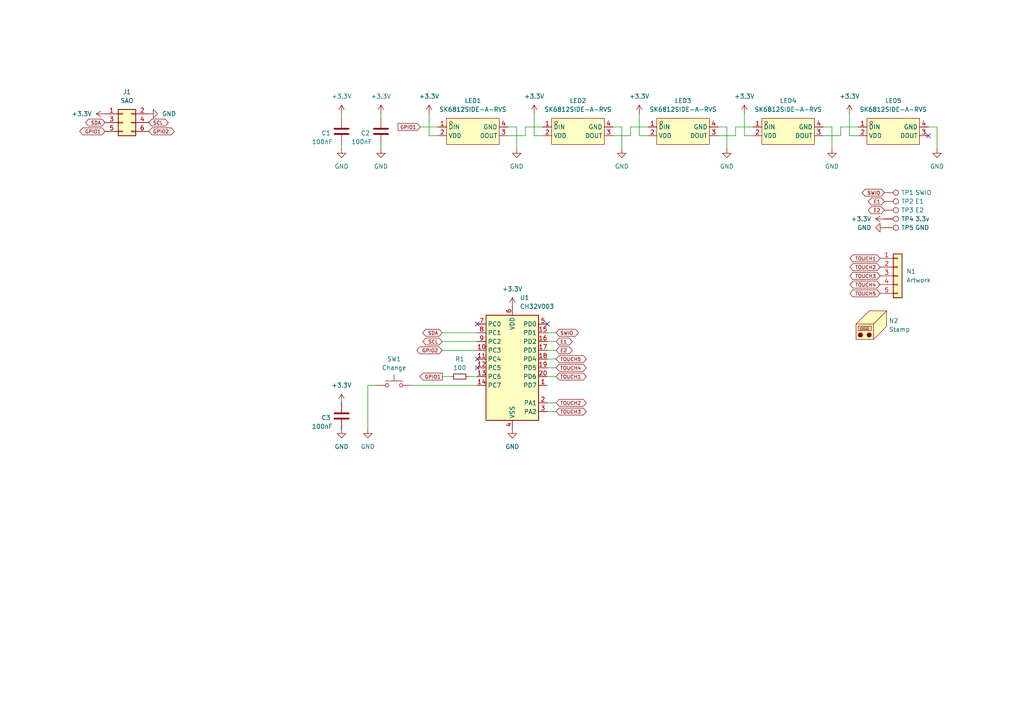
<source format=kicad_sch>
(kicad_sch (version 20231120) (generator "eeschema") (generator_version "8.0")
  (paper "A4")
  (lib_symbols
    (symbol "Connector:TestPoint" (pin_numbers hide) (pin_names (offset 0.762) hide)
      (property "Reference" "TP" (at 0 6.858 0))
      (property "Value" "TestPoint" (at 0 5.08 0))
      (symbol "TestPoint_0_1"
        (circle (center 0 3.302) (radius 0.762))
      )
      (symbol "TestPoint_1_1"
        (pin passive line (at 0 0 90) (length 2.54) (name "1") (number "1"))
      )
    )
    (symbol "Connector_Generic:Conn_01x05" (pin_names (offset 1.016) hide)
      (property "Reference" "J" (at 0 7.62 0))
      (property "Value" "Conn_01x05" (at 0 -7.62 0))
      (symbol "Conn_01x05_1_1"
        (rectangle (start -1.27 -4.953) (end 0 -5.207) (stroke (width 0.1524)))
        (rectangle (start -1.27 -2.413) (end 0 -2.667) (stroke (width 0.1524)))
        (rectangle (start -1.27 0.127) (end 0 -0.127) (stroke (width 0.1524)))
        (rectangle (start -1.27 2.667) (end 0 2.413) (stroke (width 0.1524)))
        (rectangle (start -1.27 5.207) (end 0 4.953) (stroke (width 0.1524)))
        (rectangle (start -1.27 6.35) (end 1.27 -6.35) (stroke (width 0.254)) (fill (type background)))
        (pin passive line (at -5.08 5.08 0) (length 3.81) (name "Pin_1") (number "1"))
        (pin passive line (at -5.08 2.54 0) (length 3.81) (name "Pin_2") (number "2"))
        (pin passive line (at -5.08 0 0) (length 3.81) (name "Pin_3") (number "3"))
        (pin passive line (at -5.08 -2.54 0) (length 3.81) (name "Pin_4") (number "4"))
        (pin passive line (at -5.08 -5.08 0) (length 3.81) (name "Pin_5") (number "5"))
      )
    )
    (symbol "Connector_Generic:Conn_02x03_Odd_Even" (pin_names (offset 1.016) hide)
      (property "Reference" "J" (at 1.27 5.08 0))
      (property "Value" "Conn_02x03_Odd_Even" (at 1.27 -5.08 0))
      (symbol "Conn_02x03_Odd_Even_1_1"
        (rectangle (start -1.27 -2.413) (end 0 -2.667) (stroke (width 0.1524)))
        (rectangle (start -1.27 0.127) (end 0 -0.127) (stroke (width 0.1524)))
        (rectangle (start -1.27 2.667) (end 0 2.413) (stroke (width 0.1524)))
        (rectangle (start -1.27 3.81) (end 3.81 -3.81) (stroke (width 0.254)) (fill (type background)))
        (rectangle (start 3.81 -2.413) (end 2.54 -2.667) (stroke (width 0.1524)))
        (rectangle (start 3.81 0.127) (end 2.54 -0.127) (stroke (width 0.1524)))
        (rectangle (start 3.81 2.667) (end 2.54 2.413) (stroke (width 0.1524)))
        (pin passive line (at -5.08 2.54 0) (length 3.81) (name "Pin_1") (number "1"))
        (pin passive line (at 7.62 2.54 180) (length 3.81) (name "Pin_2") (number "2"))
        (pin passive line (at -5.08 0 0) (length 3.81) (name "Pin_3") (number "3"))
        (pin passive line (at 7.62 0 180) (length 3.81) (name "Pin_4") (number "4"))
        (pin passive line (at -5.08 -2.54 0) (length 3.81) (name "Pin_5") (number "5"))
        (pin passive line (at 7.62 -2.54 180) (length 3.81) (name "Pin_6") (number "6"))
      )
    )
    (symbol "Device:C" (pin_numbers hide) (pin_names (offset 0.254))
      (property "Reference" "C" (at 0.635 2.54 0))
      (property "Value" "C" (at 0.635 -2.54 0))
      (symbol "C_0_1"
        (polyline (pts (xy -2.032 -0.762) (xy 2.032 -0.762)) (stroke (width 0.508)))
        (polyline (pts (xy -2.032 0.762) (xy 2.032 0.762)) (stroke (width 0.508)))
      )
      (symbol "C_1_1"
        (pin passive line (at 0 3.81 270) (length 2.794) (name "~") (number "1"))
        (pin passive line (at 0 -3.81 90) (length 2.794) (name "~") (number "2"))
      )
    )
    (symbol "Device:R_Small" (pin_numbers hide) (pin_names (offset 0.254) hide)
      (property "Reference" "R" (at 0.762 0.508 0))
      (property "Value" "R_Small" (at 0.762 -1.016 0))
      (symbol "R_Small_0_1"
        (rectangle (start -0.762 1.778) (end 0.762 -1.778) (stroke (width 0.2032)))
      )
      (symbol "R_Small_1_1"
        (pin passive line (at 0 2.54 270) (length 0.762) (name "~") (number "1"))
        (pin passive line (at 0 -2.54 90) (length 0.762) (name "~") (number "2"))
      )
    )
    (symbol "MCU_WCH_CH32V0:CH32V003FxUx"
      (property "Reference" "U" (at -7.62 17.78 0))
      (property "Value" "CH32V003FxUx" (at 7.62 17.78 0))
      (symbol "CH32V003FxUx_1_1"
        (rectangle (start -7.62 15.24) (end 7.62 -15.24) (stroke (width 0.254)) (fill (type background)))
        (pin bidirectional line (at 10.16 -5.08 180) (length 2.54) (name "PD7") (number "1"))
        (pin bidirectional line (at -10.16 5.08 0) (length 2.54) (name "PC3") (number "10"))
        (pin bidirectional line (at -10.16 2.54 0) (length 2.54) (name "PC4") (number "11"))
        (pin bidirectional line (at -10.16 0 0) (length 2.54) (name "PC5") (number "12"))
        (pin bidirectional line (at -10.16 -2.54 0) (length 2.54) (name "PC6") (number "13"))
        (pin bidirectional line (at -10.16 -5.08 0) (length 2.54) (name "PC7") (number "14"))
        (pin bidirectional line (at 10.16 10.16 180) (length 2.54) (name "PD1") (number "15"))
        (pin bidirectional line (at 10.16 7.62 180) (length 2.54) (name "PD2") (number "16"))
        (pin bidirectional line (at 10.16 5.08 180) (length 2.54) (name "PD3") (number "17"))
        (pin bidirectional line (at 10.16 2.54 180) (length 2.54) (name "PD4") (number "18"))
        (pin bidirectional line (at 10.16 0 180) (length 2.54) (name "PD5") (number "19"))
        (pin bidirectional line (at 10.16 -10.16 180) (length 2.54) (name "PA1") (number "2"))
        (pin bidirectional line (at 10.16 -2.54 180) (length 2.54) (name "PD6") (number "20"))
        (pin passive line (at 0 -17.78 90) (length 2.54) hide (name "VSS") (number "21"))
        (pin bidirectional line (at 10.16 -12.7 180) (length 2.54) (name "PA2") (number "3"))
        (pin power_in line (at 0 -17.78 90) (length 2.54) (name "VSS") (number "4"))
        (pin bidirectional line (at 10.16 12.7 180) (length 2.54) (name "PD0") (number "5"))
        (pin power_in line (at 0 17.78 270) (length 2.54) (name "VDD") (number "6"))
        (pin bidirectional line (at -10.16 12.7 0) (length 2.54) (name "PC0") (number "7"))
        (pin bidirectional line (at -10.16 10.16 0) (length 2.54) (name "PC1") (number "8"))
        (pin bidirectional line (at -10.16 7.62 0) (length 2.54) (name "PC2") (number "9"))
      )
    )
    (symbol "Mechanical:Housing" (pin_names (offset 1.016)) (exclude_from_sim yes)
      (property "Reference" "N" (at 3.81 0 0))
      (property "Value" "Housing" (at 3.81 -1.905 0))
      (symbol "Housing_0_1"
        (rectangle (start -5.08 -0.635) (end -1.27 -1.905))
        (circle (center -4.445 -3.175) (radius 0.635) (fill (type outline)))
        (circle (center -1.905 -3.175) (radius 0.635) (fill (type outline)))
        (polyline (pts (xy -4.5212 -1.5748) (xy -4.4704 -1.3716)))
        (polyline (pts (xy -4.4196 -1.6764) (xy -4.064 -1.6764)))
        (polyline (pts (xy -4.4196 -1.2192) (xy -4.3688 -0.9652)))
        (polyline (pts (xy -4.318 -1.3208) (xy -4.0132 -1.3208)))
        (polyline (pts (xy -4.2164 -0.9144) (xy -3.9116 -0.9144)))
        (polyline (pts (xy -3.9116 -1.6256) (xy -3.8608 -1.3716)))
        (polyline (pts (xy -3.81 -1.2192) (xy -3.7592 -0.9652)))
        (polyline (pts (xy -3.6068 -1.5748) (xy -3.556 -1.3716)))
        (polyline (pts (xy -3.5052 -1.6764) (xy -3.1496 -1.6764)))
        (polyline (pts (xy -3.5052 -1.2192) (xy -3.4544 -0.9652)))
        (polyline (pts (xy -3.4036 -1.3208) (xy -3.0988 -1.3208)))
        (polyline (pts (xy -3.302 -0.9144) (xy -2.9972 -0.9144)))
        (polyline (pts (xy -2.9972 -1.6256) (xy -2.9464 -1.3716)))
        (polyline (pts (xy -2.8956 -1.2192) (xy -2.8448 -0.9652)))
        (polyline (pts (xy -2.6924 -1.5748) (xy -2.6416 -1.3716)))
        (polyline (pts (xy -2.5908 -1.6764) (xy -2.2352 -1.6764)))
        (polyline (pts (xy -2.5908 -1.2192) (xy -2.54 -0.9652)))
        (polyline (pts (xy -2.4892 -1.3208) (xy -2.1844 -1.3208)))
        (polyline (pts (xy -2.3876 -0.9144) (xy -2.0828 -0.9144)))
        (polyline (pts (xy -2.0828 -1.6256) (xy -2.032 -1.3716)))
        (polyline (pts (xy -1.9812 -1.2192) (xy -1.9304 -0.9652)))
        (polyline (pts (xy -0.635 0) (xy -0.635 -4.445)))
        (polyline (pts (xy -5.715 0) (xy -0.635 0) (xy 3.175 3.81)))
        (polyline (pts (xy -5.715 0) (xy -5.715 -4.445) (xy -0.635 -4.445) (xy 3.175 -0.635) (xy 3.175 3.81) (xy -1.905 3.81) (xy -5.715 0)) (fill (type background)))
      )
    )
    (symbol "SK6812SIDE-A-RVS_1"
      (property "Reference" "LED1" (at 0 8.89 0))
      (property "Value" "SK6812SIDE-A-RVS" (at 0 6.35 0))
      (symbol "SK6812SIDE-A-RVS_1_0_1"
        (rectangle (start -7.62 3.81) (end 7.62 -3.81) (fill (type background)))
        (circle (center -6.35 2.54) (radius 0.38))
        (pin unspecified line (at -10.16 1.27 0) (length 2.54) (name "DIN") (number "1"))
        (pin unspecified line (at -10.16 -1.27 0) (length 2.54) (name "VDD") (number "2"))
        (pin unspecified line (at 10.16 -1.27 180) (length 2.54) (name "DOUT") (number "3"))
        (pin unspecified line (at 10.16 1.27 180) (length 2.54) (name "GND") (number "4"))
      )
    )
    (symbol "Switch:SW_Push" (pin_numbers hide) (pin_names (offset 1.016) hide)
      (property "Reference" "SW" (at 1.27 2.54 0))
      (property "Value" "SW_Push" (at 0 -1.524 0))
      (symbol "SW_Push_0_1"
        (circle (center -2.032 0) (radius 0.508))
        (polyline (pts (xy 0 1.27) (xy 0 3.048)))
        (polyline (pts (xy 2.54 1.27) (xy -2.54 1.27)))
        (circle (center 2.032 0) (radius 0.508))
        (pin passive line (at -5.08 0 0) (length 2.54) (name "1") (number "1"))
        (pin passive line (at 5.08 0 180) (length 2.54) (name "2") (number "2"))
      )
    )
    (symbol "WICCON_2024:SK6812SIDE-A-RVS"
      (property "Reference" "LED" (at 0 6.35 0))
      (property "Value" "SK6812SIDE-A-RVS" (at 0 -6.35 0))
      (symbol "SK6812SIDE-A-RVS_0_1"
        (rectangle (start -7.62 3.81) (end 7.62 -3.81) (fill (type background)))
        (circle (center -6.35 2.54) (radius 0.38))
        (pin unspecified line (at -10.16 1.27 0) (length 2.54) (name "DIN") (number "1"))
        (pin unspecified line (at -10.16 -1.27 0) (length 2.54) (name "VDD") (number "2"))
        (pin unspecified line (at 10.16 -1.27 180) (length 2.54) (name "DOUT") (number "3"))
        (pin unspecified line (at 10.16 1.27 180) (length 2.54) (name "GND") (number "4"))
      )
    )
    (symbol "power:+3.3V" (power) (pin_numbers hide) (pin_names (offset 0) hide)
      (property "Value" "+3.3V" (at 0 3.556 0))
      (symbol "+3.3V_0_1"
        (polyline (pts (xy -0.762 1.27) (xy 0 2.54)))
        (polyline (pts (xy 0 0) (xy 0 2.54)))
        (polyline (pts (xy 0 2.54) (xy 0.762 1.27)))
      )
      (symbol "+3.3V_1_1"
        (pin power_in line (at 0 0 90) (length 0) (name "~") (number "1"))
      )
    )
    (symbol "power:GND" (power) (pin_numbers hide) (pin_names (offset 0) hide)
      (property "Value" "GND" (at 0 -3.81 0))
      (symbol "GND_0_1"
        (polyline (pts (xy 0 0) (xy 0 -1.27) (xy 1.27 -1.27) (xy 0 -2.54) (xy -1.27 -1.27) (xy 0 -1.27)))
      )
      (symbol "GND_1_1"
        (pin power_in line (at 0 0 270) (length 0) (name "~") (number "1"))
      )
    )
  )
  (no_connect (at 138.43 104.14))
  (no_connect (at 138.43 93.98))
  (no_connect (at 158.75 93.98))
  (no_connect (at 269.24 39.37))
  (no_connect (at 138.43 106.68))
  (wire (pts (xy 213.36 39.37) (xy 213.36 36.83)))
  (wire (pts (xy 121.92 36.83) (xy 127 36.83)))
  (wire (pts (xy 161.29 119.38) (xy 158.75 119.38)))
  (wire (pts (xy 149.86 36.83) (xy 149.86 43.18)))
  (wire (pts (xy 152.4 39.37) (xy 152.4 36.83)))
  (wire (pts (xy 210.82 36.83) (xy 210.82 43.18)))
  (wire (pts (xy 147.32 36.83) (xy 149.86 36.83)))
  (wire (pts (xy 213.36 36.83) (xy 218.44 36.83)))
  (wire (pts (xy 246.38 33.02) (xy 246.38 39.37)))
  (wire (pts (xy 161.29 109.22) (xy 158.75 109.22)))
  (wire (pts (xy 246.38 39.37) (xy 248.92 39.37)))
  (wire (pts (xy 243.84 39.37) (xy 243.84 36.83)))
  (wire (pts (xy 241.3 36.83) (xy 241.3 43.18)))
  (wire (pts (xy 215.9 33.02) (xy 215.9 39.37)))
  (wire (pts (xy 269.24 36.83) (xy 271.78 36.83)))
  (wire (pts (xy 128.27 99.06) (xy 138.43 99.06)))
  (wire (pts (xy 99.06 41.91) (xy 99.06 43.18)))
  (wire (pts (xy 208.28 39.37) (xy 213.36 39.37)))
  (wire (pts (xy 119.38 111.76) (xy 138.43 111.76)))
  (wire (pts (xy 128.27 96.52) (xy 138.43 96.52)))
  (wire (pts (xy 208.28 36.83) (xy 210.82 36.83)))
  (wire (pts (xy 147.32 39.37) (xy 152.4 39.37)))
  (wire (pts (xy 161.29 96.52) (xy 158.75 96.52)))
  (wire (pts (xy 154.94 33.02) (xy 154.94 39.37)))
  (wire (pts (xy 106.68 111.76) (xy 109.22 111.76)))
  (wire (pts (xy 161.29 116.84) (xy 158.75 116.84)))
  (wire (pts (xy 182.88 36.83) (xy 187.96 36.83)))
  (wire (pts (xy 271.78 36.83) (xy 271.78 43.18)))
  (wire (pts (xy 124.46 39.37) (xy 127 39.37)))
  (wire (pts (xy 215.9 39.37) (xy 218.44 39.37)))
  (wire (pts (xy 185.42 39.37) (xy 187.96 39.37)))
  (wire (pts (xy 182.88 39.37) (xy 182.88 36.83)))
  (wire (pts (xy 106.68 124.46) (xy 106.68 111.76)))
  (wire (pts (xy 128.27 109.22) (xy 130.81 109.22)))
  (wire (pts (xy 135.89 109.22) (xy 138.43 109.22)))
  (wire (pts (xy 124.46 33.02) (xy 124.46 39.37)))
  (wire (pts (xy 238.76 39.37) (xy 243.84 39.37)))
  (wire (pts (xy 110.49 33.02) (xy 110.49 34.29)))
  (wire (pts (xy 185.42 33.02) (xy 185.42 39.37)))
  (wire (pts (xy 180.34 36.83) (xy 180.34 43.18)))
  (wire (pts (xy 238.76 36.83) (xy 241.3 36.83)))
  (wire (pts (xy 177.8 39.37) (xy 182.88 39.37)))
  (wire (pts (xy 243.84 36.83) (xy 248.92 36.83)))
  (wire (pts (xy 128.27 101.6) (xy 138.43 101.6)))
  (wire (pts (xy 161.29 101.6) (xy 158.75 101.6)))
  (wire (pts (xy 161.29 99.06) (xy 158.75 99.06)))
  (wire (pts (xy 161.29 104.14) (xy 158.75 104.14)))
  (wire (pts (xy 161.29 106.68) (xy 158.75 106.68)))
  (wire (pts (xy 154.94 39.37) (xy 157.48 39.37)))
  (wire (pts (xy 99.06 33.02) (xy 99.06 34.29)))
  (wire (pts (xy 110.49 41.91) (xy 110.49 43.18)))
  (wire (pts (xy 177.8 36.83) (xy 180.34 36.83)))
  (wire (pts (xy 152.4 36.83) (xy 157.48 36.83)))
  (global_label "GPIO1" (shape input) (at 121.92 36.83 180) (effects (font (size 1.016 1.016))) (property "Intersheetrefs" "${INTERSHEET_REFS}" (effects (hide yes))))
  (global_label "TOUCH5" (shape bidirectional) (at 255.27 85.09 180) (effects (font (size 1.016 1.016))) (property "Intersheetrefs" "${INTERSHEET_REFS}" (effects (hide yes))))
  (global_label "E2" (shape bidirectional) (at 256.54 60.96 180) (effects (font (size 1.016 1.016))) (property "Intersheetrefs" "${INTERSHEET_REFS}" (effects (hide yes))))
  (global_label "GPIO1" (shape output) (at 128.27 109.22 180) (effects (font (size 1.016 1.016))) (property "Intersheetrefs" "${INTERSHEET_REFS}" (effects (hide yes))))
  (global_label "TOUCH1" (shape bidirectional) (at 255.27 74.93 180) (effects (font (size 1.016 1.016))) (property "Intersheetrefs" "${INTERSHEET_REFS}" (effects (hide yes))))
  (global_label "SWIO" (shape bidirectional) (at 161.29 96.52 0) (effects (font (size 1.016 1.016))) (property "Intersheetrefs" "${INTERSHEET_REFS}" (effects (hide yes))))
  (global_label "TOUCH3" (shape bidirectional) (at 161.29 119.38 0) (effects (font (size 1.016 1.016))) (property "Intersheetrefs" "${INTERSHEET_REFS}" (effects (hide yes))))
  (global_label "TOUCH4" (shape bidirectional) (at 255.27 82.55 180) (effects (font (size 1.016 1.016))) (property "Intersheetrefs" "${INTERSHEET_REFS}" (effects (hide yes))))
  (global_label "E1" (shape bidirectional) (at 256.54 58.42 180) (effects (font (size 1.016 1.016))) (property "Intersheetrefs" "${INTERSHEET_REFS}" (effects (hide yes))))
  (global_label "GPIO1" (shape bidirectional) (at 30.48 38.1 180) (effects (font (size 1.016 1.016))) (property "Intersheetrefs" "${INTERSHEET_REFS}" (effects (hide yes))))
  (global_label "E1" (shape bidirectional) (at 161.29 99.06 0) (effects (font (size 1.016 1.016))) (property "Intersheetrefs" "${INTERSHEET_REFS}" (effects (hide yes))))
  (global_label "GPIO2" (shape bidirectional) (at 128.27 101.6 180) (effects (font (size 1.016 1.016))) (property "Intersheetrefs" "${INTERSHEET_REFS}" (effects (hide yes))))
  (global_label "TOUCH1" (shape bidirectional) (at 161.29 109.22 0) (effects (font (size 1.016 1.016))) (property "Intersheetrefs" "${INTERSHEET_REFS}" (effects (hide yes))))
  (global_label "GPIO2" (shape bidirectional) (at 43.18 38.1 0) (effects (font (size 1.016 1.016))) (property "Intersheetrefs" "${INTERSHEET_REFS}" (effects (hide yes))))
  (global_label "E2" (shape bidirectional) (at 161.29 101.6 0) (effects (font (size 1.016 1.016))) (property "Intersheetrefs" "${INTERSHEET_REFS}" (effects (hide yes))))
  (global_label "TOUCH3" (shape bidirectional) (at 255.27 80.01 180) (effects (font (size 1.016 1.016))) (property "Intersheetrefs" "${INTERSHEET_REFS}" (effects (hide yes))))
  (global_label "TOUCH2" (shape bidirectional) (at 255.27 77.47 180) (effects (font (size 1.016 1.016))) (property "Intersheetrefs" "${INTERSHEET_REFS}" (effects (hide yes))))
  (global_label "SCL" (shape bidirectional) (at 128.27 99.06 180) (effects (font (size 1.016 1.016))) (property "Intersheetrefs" "${INTERSHEET_REFS}" (effects (hide yes))))
  (global_label "TOUCH2" (shape bidirectional) (at 161.29 116.84 0) (effects (font (size 1.016 1.016))) (property "Intersheetrefs" "${INTERSHEET_REFS}" (effects (hide yes))))
  (global_label "SCL" (shape bidirectional) (at 43.18 35.56 0) (effects (font (size 1.016 1.016))) (property "Intersheetrefs" "${INTERSHEET_REFS}" (effects (hide yes))))
  (global_label "SDA" (shape bidirectional) (at 30.48 35.56 180) (effects (font (size 1.016 1.016))) (property "Intersheetrefs" "${INTERSHEET_REFS}" (effects (hide yes))))
  (global_label "TOUCH4" (shape bidirectional) (at 161.29 106.68 0) (effects (font (size 1.016 1.016))) (property "Intersheetrefs" "${INTERSHEET_REFS}" (effects (hide yes))))
  (global_label "TOUCH5" (shape bidirectional) (at 161.29 104.14 0) (effects (font (size 1.016 1.016))) (property "Intersheetrefs" "${INTERSHEET_REFS}" (effects (hide yes))))
  (global_label "SDA" (shape bidirectional) (at 128.27 96.52 180) (effects (font (size 1.016 1.016))) (property "Intersheetrefs" "${INTERSHEET_REFS}" (effects (hide yes))))
  (global_label "SWIO" (shape bidirectional) (at 256.54 55.88 180) (effects (font (size 1.016 1.016))) (property "Intersheetrefs" "${INTERSHEET_REFS}" (effects (hide yes))))
  (symbol (lib_id "WICCON_2024:SK6812SIDE-A-RVS") (at 228.6 38.1 0) (unit 1)
    (property "Reference" "LED4" (at 228.6 29.21 0))
    (property "Value" "SK6812SIDE-A-RVS" (at 228.6 31.75 0))
    (property "Footprint" "Library:LED-SMD_4P-L4.0-W1.6-L" (effects (hide yes)))
    (property "Datasheet" "https://wmsc.lcsc.com/wmsc/upload/file/pdf/v2/lcsc/2108251530_OPSCO-Optoelectronics-SK6812SIDE-A-RVS_C2890037.pdf" (effects (hide yes)))
    (property "LCSC" "C2890037" (effects (hide yes)))
  )
  (symbol (lib_id "power:GND") (at 99.06 43.18 0) (unit 1)
    (property "Reference" "#PWR010" (effects (hide yes)))
    (property "Value" "GND" (at 99.06 48.26 0))
    (property "Description" "Power symbol creates a global label with name \"GND\" , ground" (effects (hide yes)))
  )
  (symbol (lib_id "Switch:SW_Push") (at 114.3 111.76 0) (mirror y) (unit 1)
    (property "Reference" "SW1" (at 114.3 104.14 0))
    (property "Value" "Change" (at 114.3 106.68 0))
    (property "Footprint" "Button_Switch_SMD:SW_Push_1P1T_XKB_TS-1187A" (effects (hide yes)))
    (property "LCSC" "C318884" (effects (hide yes)))
  )
  (symbol (lib_id "WICCON_2024:SK6812SIDE-A-RVS") (at 167.64 38.1 0) (unit 1)
    (property "Reference" "LED2" (at 167.64 29.21 0))
    (property "Value" "SK6812SIDE-A-RVS" (at 167.64 31.75 0))
    (property "Footprint" "Library:LED-SMD_4P-L4.0-W1.6-L" (effects (hide yes)))
    (property "Datasheet" "https://wmsc.lcsc.com/wmsc/upload/file/pdf/v2/lcsc/2108251530_OPSCO-Optoelectronics-SK6812SIDE-A-RVS_C2890037.pdf" (effects (hide yes)))
    (property "LCSC" "C2890037" (effects (hide yes)))
  )
  (symbol (lib_id "power:GND") (at 110.49 43.18 0) (unit 1)
    (property "Reference" "#PWR011" (effects (hide yes)))
    (property "Value" "GND" (at 110.49 48.26 0))
    (property "Description" "Power symbol creates a global label with name \"GND\" , ground" (effects (hide yes)))
  )
  (symbol (lib_id "power:+3.3V") (at 185.42 33.02 0) (unit 1)
    (property "Reference" "#PWR07" (effects (hide yes)))
    (property "Value" "+3.3V" (at 185.42 27.94 0))
    (property "Description" "Power symbol creates a global label with name \"+3.3V\"" (effects (hide yes)))
  )
  (symbol (lib_id "MCU_WCH_CH32V0:CH32V003FxUx") (at 148.59 106.68 0) (unit 1)
    (property "Reference" "U1" (at 150.7841 86.36 0) (effects (justify left)))
    (property "Value" "CH32V003" (at 150.7841 88.9 0) (effects (justify left)))
    (property "Footprint" "Package_DFN_QFN:QFN-20-1EP_3x3mm_P0.4mm_EP1.65x1.65mm" (effects (hide yes)))
    (property "Datasheet" "https://www.wch-ic.com/products/CH32V003.html" (effects (hide yes)))
    (property "Description" "CH32V003 series are industrial-grade general-purpose microcontrollers designed based on 32-bit RISC-V instruction set and architecture. It adopts QingKe V2A core, RV32EC instruction set, and supports 2 levels of interrupt nesting. The series are mounted with rich peripheral interfaces and function modules. Its internal organizational structure meets the low-cost and low-power embedded application scenarios." (effects (hide yes)))
    (property "LCSC" "C5299908" (effects (hide yes)))
  )
  (symbol (lib_id "power:+3.3V") (at 30.48 33.02 90) (unit 1)
    (property "Reference" "#PWR01" (effects (hide yes)))
    (property "Value" "+3.3V" (at 26.67 33.0199 90) (effects (justify left)))
    (property "Description" "Power symbol creates a global label with name \"+3.3V\"" (effects (hide yes)))
  )
  (symbol (lib_id "power:GND") (at 106.68 124.46 0) (unit 1)
    (property "Reference" "#PWR022" (effects (hide yes)))
    (property "Value" "GND" (at 106.68 129.54 0))
    (property "Description" "Power symbol creates a global label with name \"GND\" , ground" (effects (hide yes)))
  )
  (symbol (lib_id "power:GND") (at 241.3 43.18 0) (unit 1)
    (property "Reference" "#PWR015" (effects (hide yes)))
    (property "Value" "GND" (at 241.3 48.26 0))
    (property "Description" "Power symbol creates a global label with name \"GND\" , ground" (effects (hide yes)))
  )
  (symbol (lib_id "Device:C") (at 110.49 38.1 0) (unit 1)
    (property "Reference" "C2" (at 104.648 38.608 0) (effects (justify left)))
    (property "Value" "100nF" (at 101.854 41.148 0) (effects (justify left)))
    (property "Footprint" "Capacitor_SMD:C_0402_1005Metric" (effects (hide yes)))
    (property "LCSC" "C466613" (effects (hide yes)))
  )
  (symbol (lib_id "power:GND") (at 180.34 43.18 0) (unit 1)
    (property "Reference" "#PWR013" (effects (hide yes)))
    (property "Value" "GND" (at 180.34 48.26 0))
    (property "Description" "Power symbol creates a global label with name \"GND\" , ground" (effects (hide yes)))
  )
  (symbol (lib_id "Connector:TestPoint") (at 256.54 60.96 270) (mirror x) (unit 1) (in_bom no)
    (property "Reference" "TP3" (at 261.366 60.96 90) (effects (justify left)))
    (property "Value" "E2" (at 265.43 60.9599 90) (effects (justify left)))
    (property "Footprint" "TestPoint:TestPoint_Pad_1.0x1.0mm" (effects (hide yes)))
    (property "Description" "test point" (effects (hide yes)))
    (property "LCSC" "-" (effects (hide yes)))
  )
  (symbol (lib_id "Mechanical:Housing") (at 254 93.98 0) (unit 1) (exclude_from_sim yes) (in_bom no)
    (property "Reference" "N2" (at 257.81 93.0274 0) (effects (justify left)))
    (property "Value" "Stamp" (at 257.81 95.5674 0) (effects (justify left)))
    (property "Footprint" "Library:stamp" (effects (hide yes)))
    (property "LCSC" "-" (effects (hide yes)))
  )
  (symbol (lib_id "power:GND") (at 210.82 43.18 0) (unit 1)
    (property "Reference" "#PWR014" (effects (hide yes)))
    (property "Value" "GND" (at 210.82 48.26 0))
    (property "Description" "Power symbol creates a global label with name \"GND\" , ground" (effects (hide yes)))
  )
  (symbol (lib_id "power:+3.3V") (at 246.38 33.02 0) (unit 1)
    (property "Reference" "#PWR09" (effects (hide yes)))
    (property "Value" "+3.3V" (at 246.38 27.94 0))
    (property "Description" "Power symbol creates a global label with name \"+3.3V\"" (effects (hide yes)))
  )
  (symbol (lib_id "power:GND") (at 149.86 43.18 0) (unit 1)
    (property "Reference" "#PWR012" (effects (hide yes)))
    (property "Value" "GND" (at 149.86 48.26 0))
    (property "Description" "Power symbol creates a global label with name \"GND\" , ground" (effects (hide yes)))
  )
  (symbol (lib_id "Device:C") (at 99.06 38.1 0) (unit 1)
    (property "Reference" "C1" (at 93.218 38.608 0) (effects (justify left)))
    (property "Value" "100nF" (at 90.424 41.148 0) (effects (justify left)))
    (property "Footprint" "Capacitor_SMD:C_0402_1005Metric" (effects (hide yes)))
    (property "LCSC" "C466613" (effects (hide yes)))
  )
  (symbol (lib_id "Connector_Generic:Conn_01x05") (at 260.35 80.01 0) (unit 1) (in_bom no)
    (property "Reference" "N1" (at 262.89 78.7399 0) (effects (justify left)))
    (property "Value" "Artwork" (at 262.89 81.2799 0) (effects (justify left)))
    (property "Footprint" "Board_design:social_battery_touch" (effects (hide yes)))
    (property "LCSC" "-" (effects (hide yes)))
  )
  (symbol (lib_id "power:+3.3V") (at 99.06 33.02 0) (unit 1)
    (property "Reference" "#PWR03" (effects (hide yes)))
    (property "Value" "+3.3V" (at 99.06 27.94 0))
    (property "Description" "Power symbol creates a global label with name \"+3.3V\"" (effects (hide yes)))
  )
  (symbol (lib_id "Connector:TestPoint") (at 256.54 58.42 270) (mirror x) (unit 1) (in_bom no)
    (property "Reference" "TP2" (at 261.366 58.42 90) (effects (justify left)))
    (property "Value" "E1" (at 265.43 58.4199 90) (effects (justify left)))
    (property "Footprint" "TestPoint:TestPoint_Pad_1.0x1.0mm" (effects (hide yes)))
    (property "Description" "test point" (effects (hide yes)))
    (property "LCSC" "-" (effects (hide yes)))
  )
  (symbol (lib_id "Connector:TestPoint") (at 256.54 66.04 270) (mirror x) (unit 1) (in_bom no)
    (property "Reference" "TP5" (at 261.366 66.04 90) (effects (justify left)))
    (property "Value" "GND" (at 265.43 66.0399 90) (effects (justify left)))
    (property "Footprint" "TestPoint:TestPoint_Pad_1.0x1.0mm" (effects (hide yes)))
    (property "Description" "test point" (effects (hide yes)))
    (property "LCSC" "-" (effects (hide yes)))
  )
  (symbol (lib_id "power:+3.3V") (at 110.49 33.02 0) (unit 1)
    (property "Reference" "#PWR04" (effects (hide yes)))
    (property "Value" "+3.3V" (at 110.49 27.94 0))
    (property "Description" "Power symbol creates a global label with name \"+3.3V\"" (effects (hide yes)))
  )
  (symbol (lib_id "Connector:TestPoint") (at 256.54 63.5 270) (mirror x) (unit 1) (in_bom no)
    (property "Reference" "TP4" (at 261.366 63.5 90) (effects (justify left)))
    (property "Value" "3.3v" (at 265.43 63.4999 90) (effects (justify left)))
    (property "Footprint" "TestPoint:TestPoint_Pad_1.0x1.0mm" (effects (hide yes)))
    (property "Description" "test point" (effects (hide yes)))
    (property "LCSC" "-" (effects (hide yes)))
  )
  (symbol (lib_id "power:+3.3V") (at 256.54 63.5 90) (mirror x) (unit 1)
    (property "Reference" "#PWR017" (effects (hide yes)))
    (property "Value" "+3.3V" (at 252.73 63.5001 90) (effects (justify left)))
    (property "Description" "Power symbol creates a global label with name \"+3.3V\"" (effects (hide yes)))
  )
  (symbol (lib_id "WICCON_2024:SK6812SIDE-A-RVS") (at 198.12 38.1 0) (unit 1)
    (property "Reference" "LED3" (at 198.12 29.21 0))
    (property "Value" "SK6812SIDE-A-RVS" (at 198.12 31.75 0))
    (property "Footprint" "Library:LED-SMD_4P-L4.0-W1.6-L" (effects (hide yes)))
    (property "Datasheet" "https://wmsc.lcsc.com/wmsc/upload/file/pdf/v2/lcsc/2108251530_OPSCO-Optoelectronics-SK6812SIDE-A-RVS_C2890037.pdf" (effects (hide yes)))
    (property "LCSC" "C2890037" (effects (hide yes)))
  )
  (symbol (lib_name "SK6812SIDE-A-RVS_1") (lib_id "WICCON_2024:SK6812SIDE-A-RVS") (at 137.16 38.1 0) (unit 1)
    (property "Reference" "LED1" (at 137.16 29.21 0))
    (property "Value" "SK6812SIDE-A-RVS" (at 137.16 31.75 0))
    (property "Footprint" "Library:LED-SMD_4P-L4.0-W1.6-L" (effects (hide yes)))
    (property "Datasheet" "https://wmsc.lcsc.com/wmsc/upload/file/pdf/v2/lcsc/2108251530_OPSCO-Optoelectronics-SK6812SIDE-A-RVS_C2890037.pdf" (effects (hide yes)))
    (property "LCSC" "C2890037" (effects (hide yes)))
  )
  (symbol (lib_id "power:+3.3V") (at 148.59 88.9 0) (unit 1)
    (property "Reference" "#PWR019" (effects (hide yes)))
    (property "Value" "+3.3V" (at 148.59 83.82 0))
    (property "Description" "Power symbol creates a global label with name \"+3.3V\"" (effects (hide yes)))
  )
  (symbol (lib_id "power:GND") (at 271.78 43.18 0) (unit 1)
    (property "Reference" "#PWR016" (effects (hide yes)))
    (property "Value" "GND" (at 271.78 48.26 0))
    (property "Description" "Power symbol creates a global label with name \"GND\" , ground" (effects (hide yes)))
  )
  (symbol (lib_id "power:+3.3V") (at 99.06 116.84 0) (unit 1)
    (property "Reference" "#PWR020" (effects (hide yes)))
    (property "Value" "+3.3V" (at 99.06 111.76 0))
    (property "Description" "Power symbol creates a global label with name \"+3.3V\"" (effects (hide yes)))
  )
  (symbol (lib_id "Device:R_Small") (at 133.35 109.22 270) (mirror x) (unit 1)
    (property "Reference" "R1" (at 133.35 104.14 90))
    (property "Value" "100" (at 133.35 106.68 90))
    (property "Footprint" "Resistor_SMD:R_0402_1005Metric" (effects (hide yes)))
    (property "LCSC" "C25076" (effects (hide yes)))
  )
  (symbol (lib_id "power:GND") (at 148.59 124.46 0) (unit 1)
    (property "Reference" "#PWR023" (effects (hide yes)))
    (property "Value" "GND" (at 148.59 129.54 0))
    (property "Description" "Power symbol creates a global label with name \"GND\" , ground" (effects (hide yes)))
  )
  (symbol (lib_id "power:GND") (at 43.18 33.02 90) (unit 1)
    (property "Reference" "#PWR02" (effects (hide yes)))
    (property "Value" "GND" (at 46.99 33.0199 90) (effects (justify right)))
    (property "Description" "Power symbol creates a global label with name \"GND\" , ground" (effects (hide yes)))
  )
  (symbol (lib_id "power:GND") (at 99.06 124.46 0) (unit 1)
    (property "Reference" "#PWR021" (effects (hide yes)))
    (property "Value" "GND" (at 99.06 129.54 0))
    (property "Description" "Power symbol creates a global label with name \"GND\" , ground" (effects (hide yes)))
  )
  (symbol (lib_id "power:+3.3V") (at 124.46 33.02 0) (unit 1)
    (property "Reference" "#PWR05" (effects (hide yes)))
    (property "Value" "+3.3V" (at 124.46 27.94 0))
    (property "Description" "Power symbol creates a global label with name \"+3.3V\"" (effects (hide yes)))
  )
  (symbol (lib_id "power:+3.3V") (at 215.9 33.02 0) (unit 1)
    (property "Reference" "#PWR08" (effects (hide yes)))
    (property "Value" "+3.3V" (at 215.9 27.94 0))
    (property "Description" "Power symbol creates a global label with name \"+3.3V\"" (effects (hide yes)))
  )
  (symbol (lib_id "power:+3.3V") (at 154.94 33.02 0) (unit 1)
    (property "Reference" "#PWR06" (effects (hide yes)))
    (property "Value" "+3.3V" (at 154.94 27.94 0))
    (property "Description" "Power symbol creates a global label with name \"+3.3V\"" (effects (hide yes)))
  )
  (symbol (lib_id "WICCON_2024:SK6812SIDE-A-RVS") (at 259.08 38.1 0) (unit 1)
    (property "Reference" "LED5" (at 259.08 29.21 0))
    (property "Value" "SK6812SIDE-A-RVS" (at 259.08 31.75 0))
    (property "Footprint" "Library:LED-SMD_4P-L4.0-W1.6-L" (effects (hide yes)))
    (property "Datasheet" "https://wmsc.lcsc.com/wmsc/upload/file/pdf/v2/lcsc/2108251530_OPSCO-Optoelectronics-SK6812SIDE-A-RVS_C2890037.pdf" (effects (hide yes)))
    (property "LCSC" "C2890037" (effects (hide yes)))
  )
  (symbol (lib_id "power:GND") (at 256.54 66.04 270) (mirror x) (unit 1)
    (property "Reference" "#PWR018" (effects (hide yes)))
    (property "Value" "GND" (at 252.73 66.0401 90) (effects (justify right)))
    (property "Description" "Power symbol creates a global label with name \"GND\" , ground" (effects (hide yes)))
  )
  (symbol (lib_id "Connector:TestPoint") (at 256.54 55.88 270) (mirror x) (unit 1) (in_bom no)
    (property "Reference" "TP1" (at 261.366 55.88 90) (effects (justify left)))
    (property "Value" "SWIO" (at 265.43 55.8799 90) (effects (justify left)))
    (property "Footprint" "TestPoint:TestPoint_Pad_1.0x1.0mm" (effects (hide yes)))
    (property "Description" "test point" (effects (hide yes)))
    (property "LCSC" "-" (effects (hide yes)))
  )
  (symbol (lib_id "Connector_Generic:Conn_02x03_Odd_Even") (at 35.56 35.56 0) (unit 1)
    (property "Reference" "J1" (at 36.83 26.67 0))
    (property "Value" "SAO" (at 36.83 29.21 0))
    (property "Footprint" "Connector_PinHeader_2.54mm:PinHeader_2x03_P2.54mm_Vertical_SMD" (effects (hide yes)))
    (property "LCSC" "C5160777" (effects (hide yes)))
  )
  (symbol (lib_id "Device:C") (at 99.06 120.65 0) (unit 1)
    (property "Reference" "C3" (at 93.218 121.158 0) (effects (justify left)))
    (property "Value" "100nF" (at 90.424 123.698 0) (effects (justify left)))
    (property "Footprint" "Capacitor_SMD:C_0402_1005Metric" (effects (hide yes)))
    (property "LCSC" "C466613" (effects (hide yes)))
  )
)
</source>
